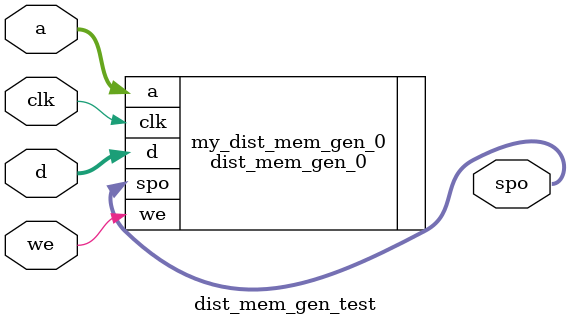
<source format=v>
`timescale 1ns / 1ps


module dist_mem_gen_test(
    input                           clk,
    input       [ 9: 0]             a,
    input       [31: 0]             d,
    input                           we,
    output      [31: 0]             spo
);
    dist_mem_gen_0 my_dist_mem_gen_0(
        .clk(clk),
        .a(a),
        .d(d),
        .we(we),
        .spo(spo)
    );
    
endmodule

</source>
